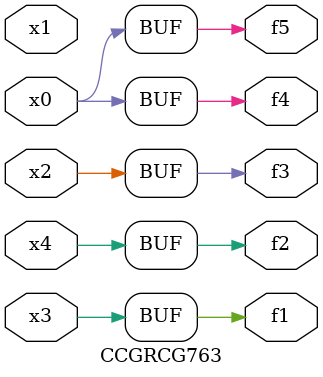
<source format=v>
module CCGRCG763(
	input x0, x1, x2, x3, x4,
	output f1, f2, f3, f4, f5
);
	assign f1 = x3;
	assign f2 = x4;
	assign f3 = x2;
	assign f4 = x0;
	assign f5 = x0;
endmodule

</source>
